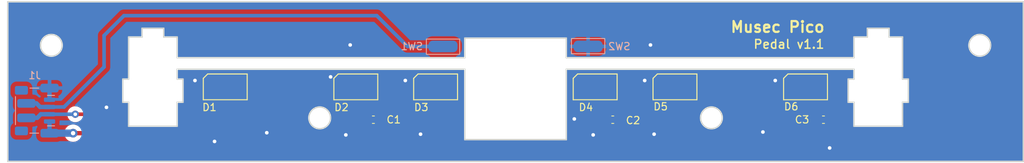
<source format=kicad_pcb>
(kicad_pcb (version 20240108) (generator "pcbnew") (generator_version "8.0")
  (title_block (title "Musec Pico"))
  (layers (0 "F.Cu" signal) (31 "B.Cu" signal) (34 "B.Paste" user) (35 "F.Paste" user) (36 "B.SilkS" user "B.Silkscreen") (37 "F.SilkS" user "F.Silkscreen") (38 "B.Mask" user) (39 "F.Mask" user) (44 "Edge.Cuts" user))
  (net 0 "")
  (net 1 "GND")
  (net 2 "+5V")
  (net 3 "Net-(D1-In)")
  (net 4 "Net-(D1-Out)")
  (net 5 "Net-(D2-Out)")
  (net 6 "Net-(D3-Out)")
  (net 7 "Net-(D4-Out)")
  (net 8 "Net-(D5-Out)")
  (net 10 "Net-(J1-Pin_3)")
  (footprint "Capacitor_SMD:C_0603_1608Metric_Pad1.08x0.95mm_HandSolder" (layer "F.Cu") (at 194.596 149.074)
    (property "Reference" "C1" (at 2.8 0 0) (layer "F.SilkS"))
    (property "Value" "0.1uF")
    (fp_line (start -0.146267 -0.51) (end 0.146267 -0.51) (stroke (width 0.12)) (layer "F.SilkS"))
    (fp_line (start -0.146267 0.51) (end 0.146267 0.51) (stroke (width 0.12)) (layer "F.SilkS"))
    (pad "1" smd roundrect (at -0.8625 0) (size 1.075 0.95) (layers "F.Cu" "F.Paste" "F.Mask") (net 2 "+5V"))
    (pad "2" smd roundrect (at 0.8625 0) (size 1.075 0.95) (layers "F.Cu" "F.Paste" "F.Mask") (net 1 "GND"))
  )
  (footprint "musec_pedal:WS2812B-2835" (layer "F.Cu") (at 254.196 144.574 180)
    (property "Reference" "D6" (at 2 -2.7 0) (layer "F.SilkS"))
    (property "Value" "WS2812B_Unified" (hide yes))
    (fp_line (start 3.05 -1.75) (end 3.05 1.2) (stroke (width 0.15)) (layer "F.SilkS"))
    (fp_line (start 2.45 1.8) (end 3.05 1.2) (stroke (width 0.15)) (layer "F.SilkS"))
    (fp_line (start -3 1.8) (end 2.45 1.8) (stroke (width 0.15)) (layer "F.SilkS"))
    (fp_line (start -3 -1.75) (end 3.05 -1.75) (stroke (width 0.15)) (layer "F.SilkS"))
    (fp_line (start -3 -1.75) (end -3 1.8) (stroke (width 0.15)) (layer "F.SilkS"))
    (pad "G" smd rect (at 1.6 0.9 180) (size 1.8 1) (layers "F.Cu" "F.Paste" "F.Mask") (net 1 "GND"))
    (pad "I" smd rect (at 1.6 -0.9 180) (size 1.8 1) (layers "F.Cu" "F.Paste" "F.Mask") (net 8 "Net-(D5-Out)"))
    (pad "O" smd rect (at -1.6 0.9 180) (size 1.8 1) (layers "F.Cu" "F.Paste" "F.Mask"))
    (pad "V" smd rect (at -1.6 -0.9 180) (size 1.8 1) (layers "F.Cu" "F.Paste" "F.Mask") (net 2 "+5V"))
  )
  (footprint "musec_pedal:WS2812B-2835" (layer "F.Cu") (at 236.196 144.574 180)
    (property "Reference" "D5" (at 2 -2.7 0) (layer "F.SilkS"))
    (property "Value" "WS2812B_Unified" (hide yes))
    (fp_line (start 3.05 -1.75) (end 3.05 1.2) (stroke (width 0.15)) (layer "F.SilkS"))
    (fp_line (start 2.45 1.8) (end 3.05 1.2) (stroke (width 0.15)) (layer "F.SilkS"))
    (fp_line (start -3 1.8) (end 2.45 1.8) (stroke (width 0.15)) (layer "F.SilkS"))
    (fp_line (start -3 -1.75) (end 3.05 -1.75) (stroke (width 0.15)) (layer "F.SilkS"))
    (fp_line (start -3 -1.75) (end -3 1.8) (stroke (width 0.15)) (layer "F.SilkS"))
    (pad "G" smd rect (at 1.6 0.9 180) (size 1.8 1) (layers "F.Cu" "F.Paste" "F.Mask") (net 1 "GND"))
    (pad "I" smd rect (at 1.6 -0.9 180) (size 1.8 1) (layers "F.Cu" "F.Paste" "F.Mask") (net 7 "Net-(D4-Out)"))
    (pad "O" smd rect (at -1.6 0.9 180) (size 1.8 1) (layers "F.Cu" "F.Paste" "F.Mask") (net 8 "Net-(D5-Out)"))
    (pad "V" smd rect (at -1.6 -0.9 180) (size 1.8 1) (layers "F.Cu" "F.Paste" "F.Mask") (net 2 "+5V"))
  )
  (footprint "Capacitor_SMD:C_0603_1608Metric_Pad1.08x0.95mm_HandSolder" (layer "F.Cu") (at 227.596 149.074)
    (property "Reference" "C2" (at 2.8 0.1 0) (layer "F.SilkS"))
    (property "Value" "0.1uF")
    (fp_line (start -0.146267 -0.51) (end 0.146267 -0.51) (stroke (width 0.12)) (layer "F.SilkS"))
    (fp_line (start -0.146267 0.51) (end 0.146267 0.51) (stroke (width 0.12)) (layer "F.SilkS"))
    (pad "1" smd roundrect (at -0.8625 0) (size 1.075 0.95) (layers "F.Cu" "F.Paste" "F.Mask") (net 2 "+5V"))
    (pad "2" smd roundrect (at 0.8625 0) (size 1.075 0.95) (layers "F.Cu" "F.Paste" "F.Mask") (net 1 "GND"))
  )
  (footprint "musec_pedal:WS2812B-2835" (layer "F.Cu") (at 192.196 144.574 180)
    (property "Reference" "D2" (at 2 -2.8 0) (layer "F.SilkS"))
    (property "Value" "WS2812B_Unified" (hide yes))
    (fp_line (start 3.05 -1.75) (end 3.05 1.2) (stroke (width 0.15)) (layer "F.SilkS"))
    (fp_line (start 2.45 1.8) (end 3.05 1.2) (stroke (width 0.15)) (layer "F.SilkS"))
    (fp_line (start -3 1.8) (end 2.45 1.8) (stroke (width 0.15)) (layer "F.SilkS"))
    (fp_line (start -3 -1.75) (end 3.05 -1.75) (stroke (width 0.15)) (layer "F.SilkS"))
    (fp_line (start -3 -1.75) (end -3 1.8) (stroke (width 0.15)) (layer "F.SilkS"))
    (pad "G" smd rect (at 1.6 0.9 180) (size 1.8 1) (layers "F.Cu" "F.Paste" "F.Mask") (net 1 "GND"))
    (pad "I" smd rect (at 1.6 -0.9 180) (size 1.8 1) (layers "F.Cu" "F.Paste" "F.Mask") (net 4 "Net-(D1-Out)"))
    (pad "O" smd rect (at -1.6 0.9 180) (size 1.8 1) (layers "F.Cu" "F.Paste" "F.Mask") (net 5 "Net-(D2-Out)"))
    (pad "V" smd rect (at -1.6 -0.9 180) (size 1.8 1) (layers "F.Cu" "F.Paste" "F.Mask") (net 2 "+5V"))
  )
  (footprint "musec_pedal:WS2812B-2835" (layer "F.Cu") (at 174.196 144.574 180)
    (property "Reference" "D1" (at 2.2 -2.8 0) (layer "F.SilkS"))
    (property "Value" "WS2812B_Unified" (hide yes))
    (fp_line (start 3.05 -1.75) (end 3.05 1.2) (stroke (width 0.15)) (layer "F.SilkS"))
    (fp_line (start 2.45 1.8) (end 3.05 1.2) (stroke (width 0.15)) (layer "F.SilkS"))
    (fp_line (start -3 1.8) (end 2.45 1.8) (stroke (width 0.15)) (layer "F.SilkS"))
    (fp_line (start -3 -1.75) (end 3.05 -1.75) (stroke (width 0.15)) (layer "F.SilkS"))
    (fp_line (start -3 -1.75) (end -3 1.8) (stroke (width 0.15)) (layer "F.SilkS"))
    (pad "G" smd rect (at 1.6 0.9 180) (size 1.8 1) (layers "F.Cu" "F.Paste" "F.Mask") (net 1 "GND"))
    (pad "I" smd rect (at 1.6 -0.9 180) (size 1.8 1) (layers "F.Cu" "F.Paste" "F.Mask") (net 3 "Net-(D1-In)"))
    (pad "O" smd rect (at -1.6 0.9 180) (size 1.8 1) (layers "F.Cu" "F.Paste" "F.Mask") (net 4 "Net-(D1-Out)"))
    (pad "V" smd rect (at -1.6 -0.9 180) (size 1.8 1) (layers "F.Cu" "F.Paste" "F.Mask") (net 2 "+5V"))
  )
  (footprint "musec_pedal:WS2812B-2835" (layer "F.Cu") (at 203.196 144.574 180)
    (property "Reference" "D3" (at 2 -2.8 0) (layer "F.SilkS"))
    (property "Value" "WS2812B_Unified" (hide yes))
    (fp_line (start 3.05 -1.75) (end 3.05 1.2) (stroke (width 0.15)) (layer "F.SilkS"))
    (fp_line (start 2.45 1.8) (end 3.05 1.2) (stroke (width 0.15)) (layer "F.SilkS"))
    (fp_line (start -3 1.8) (end 2.45 1.8) (stroke (width 0.15)) (layer "F.SilkS"))
    (fp_line (start -3 -1.75) (end 3.05 -1.75) (stroke (width 0.15)) (layer "F.SilkS"))
    (fp_line (start -3 -1.75) (end -3 1.8) (stroke (width 0.15)) (layer "F.SilkS"))
    (pad "G" smd rect (at 1.6 0.9 180) (size 1.8 1) (layers "F.Cu" "F.Paste" "F.Mask") (net 1 "GND"))
    (pad "I" smd rect (at 1.6 -0.9 180) (size 1.8 1) (layers "F.Cu" "F.Paste" "F.Mask") (net 5 "Net-(D2-Out)"))
    (pad "O" smd rect (at -1.6 0.9 180) (size 1.8 1) (layers "F.Cu" "F.Paste" "F.Mask") (net 6 "Net-(D3-Out)"))
    (pad "V" smd rect (at -1.6 -0.9 180) (size 1.8 1) (layers "F.Cu" "F.Paste" "F.Mask") (net 2 "+5V"))
  )
  (footprint "musec_pedal:WS2812B-2835" (layer "F.Cu") (at 225.196 144.574 180)
    (property "Reference" "D4" (at 1.3 -2.8 0) (layer "F.SilkS"))
    (property "Value" "WS2812B_Unified" (hide yes))
    (fp_line (start 3.05 -1.75) (end 3.05 1.2) (stroke (width 0.15)) (layer "F.SilkS"))
    (fp_line (start 2.45 1.8) (end 3.05 1.2) (stroke (width 0.15)) (layer "F.SilkS"))
    (fp_line (start -3 1.8) (end 2.45 1.8) (stroke (width 0.15)) (layer "F.SilkS"))
    (fp_line (start -3 -1.75) (end 3.05 -1.75) (stroke (width 0.15)) (layer "F.SilkS"))
    (fp_line (start -3 -1.75) (end -3 1.8) (stroke (width 0.15)) (layer "F.SilkS"))
    (pad "G" smd rect (at 1.6 0.9 180) (size 1.8 1) (layers "F.Cu" "F.Paste" "F.Mask") (net 1 "GND"))
    (pad "I" smd rect (at 1.6 -0.9 180) (size 1.8 1) (layers "F.Cu" "F.Paste" "F.Mask") (net 6 "Net-(D3-Out)"))
    (pad "O" smd rect (at -1.6 0.9 180) (size 1.8 1) (layers "F.Cu" "F.Paste" "F.Mask") (net 7 "Net-(D4-Out)"))
    (pad "V" smd rect (at -1.6 -0.9 180) (size 1.8 1) (layers "F.Cu" "F.Paste" "F.Mask") (net 2 "+5V"))
  )
  (footprint "Capacitor_SMD:C_0603_1608Metric_Pad1.08x0.95mm_HandSolder" (layer "F.Cu") (at 256.646 149.074)
    (property "Reference" "C3" (at -2.95 0 0) (layer "F.SilkS"))
    (property "Value" "0.1uF")
    (fp_line (start -0.146267 -0.51) (end 0.146267 -0.51) (stroke (width 0.12)) (layer "F.SilkS"))
    (fp_line (start -0.146267 0.51) (end 0.146267 0.51) (stroke (width 0.12)) (layer "F.SilkS"))
    (pad "1" smd roundrect (at -0.8625 0) (size 1.075 0.95) (layers "F.Cu" "F.Paste" "F.Mask") (net 2 "+5V"))
    (pad "2" smd roundrect (at 0.8625 0) (size 1.075 0.95) (layers "F.Cu" "F.Paste" "F.Mask") (net 1 "GND"))
  )
  (footprint "musec_pedal:Solder_1P" (layer "B.Cu") (at 204.196 138.974)
    (property "Reference" "J2" (hide yes))
    (property "Value" "SW1" (at -4.3 0 0) (layer "B.SilkS") (effects (justify mirror)))
    (fp_rect (start 2.3 -1.01) (end -2.3 1.09) (stroke (width 0.12)) (fill none) (layer "B.SilkS"))
    (pad "1" smd roundrect (at 0 0) (size 4 1.6) (layers "B.Cu" "B.Paste" "B.Mask") (roundrect_rratio 0.375) (net 10 "Net-(J1-Pin_3)"))
  )
  (footprint "musec_pedal:SH1.0_4P_Solder_Combo" (layer "B.Cu") (at 147.946 147.824 90)
    (property "Reference" "J1" (at 4.85 -0.05 180) (layer "B.SilkS") (effects (justify mirror)))
    (property "Value" "Pedal")
    (fp_line (start 1.94 -2.7) (end -1.94 -2.7) (stroke (width 0.12)) (layer "B.SilkS"))
    (fp_line (start -3.11 0.5) (end -3.11 -0.715) (stroke (width 0.12)) (layer "B.SilkS"))
    (fp_line (start 3.1 0.5075) (end 3.1 -0.7075) (stroke (width 0.12)) (layer "B.SilkS"))
    (fp_line (start 2.1 2.695) (end 2.1 1.705) (stroke (width 0.12)) (layer "B.SilkS"))
    (fp_line (start -2.1 2.695) (end -2.1 1.705) (stroke (width 0.12)) (layer "B.SilkS"))
    (pad "1" smd roundrect (at -3.11 2 90) (size 1.2 2.5) (layers "B.Cu" "B.Paste" "B.Mask") (net 2 "+5V"))
    (pad "1" smd roundrect (at -1.5 2 90) (size 0.6 1.55) (layers "B.Cu" "B.Paste" "B.Mask") (net 2 "+5V"))
    (pad "2" smd roundrect (at -1 -1.2 90) (size 1.2 2.5) (layers "B.Cu" "B.Paste" "B.Mask") (net 3 "Net-(D1-In)"))
    (pad "2" smd roundrect (at -0.5 2 90) (size 0.6 1.55) (layers "B.Cu" "B.Paste" "B.Mask") (net 3 "Net-(D1-In)"))
    (pad "3" smd roundrect (at 0.5 2 90) (size 0.6 1.55) (layers "B.Cu" "B.Paste" "B.Mask") (net 10 "Net-(J1-Pin_3)"))
    (pad "3" smd roundrect (at 1 -1.2 90) (size 1.2 2.5) (layers "B.Cu" "B.Paste" "B.Mask") (net 10 "Net-(J1-Pin_3)"))
    (pad "4" smd roundrect (at 1.5 2 90) (size 0.6 1.55) (layers "B.Cu" "B.Paste" "B.Mask") (net 1 "GND"))
    (pad "4" smd roundrect (at 3.11 2 90) (size 1.2 2.5) (layers "B.Cu" "B.Paste" "B.Mask") (net 1 "GND"))
    (pad "MP" smd roundrect (at -2.8 -1.875 90) (size 1.2 1.8) (layers "B.Cu" "B.Paste" "B.Mask") (roundrect_rratio 0.208333))
    (pad "MP" smd roundrect (at 2.8 -1.875 90) (size 1.2 1.8) (layers "B.Cu" "B.Paste" "B.Mask") (roundrect_rratio 0.208333))
  )
  (footprint "musec_pedal:Solder_1P" (layer "B.Cu") (at 224.196 138.974 180)
    (property "Reference" "J3" (hide yes))
    (property "Value" "SW2" (at -4.3 0 0) (layer "B.SilkS") (effects (justify mirror)))
    (fp_rect (start 2.3 -1.01) (end -2.3 1.09) (stroke (width 0.12)) (fill none) (layer "B.SilkS"))
    (pad "1" smd roundrect (at 0 0 180) (size 4 1.6) (layers "B.Cu" "B.Paste" "B.Mask") (roundrect_rratio 0.375) (net 1 "GND"))
  )
  (gr_line (start 260.846 149.974) (end 260.846 146.674) (stroke (width 0.2)) (layer "Edge.Cuts"))
  (gr_line (start 260.846 140.524) (end 260.846 137.674) (stroke (width 0.2)) (layer "Edge.Cuts"))
  (gr_line (start 207.196 137.824) (end 207.196 140.524) (stroke (width 0.2)) (layer "Edge.Cuts"))
  (gr_line (start 221.196 142.124) (end 221.196 151.824) (stroke (width 0.2)) (layer "Edge.Cuts"))
  (gr_line (start 160.046 143.474) (end 160.046 146.674) (stroke (width 0.2)) (layer "Edge.Cuts"))
  (gr_circle (center 150.196 138.824) (end 151.696 138.824) (stroke (width 0.2)) (fill none) (layer "Edge.Cuts"))
  (gr_line (start 260.046 146.674) (end 260.046 143.474) (stroke (width 0.2)) (layer "Edge.Cuts"))
  (gr_line (start 268.346 146.674) (end 267.546 146.674) (stroke (width 0.2)) (layer "Edge.Cuts"))
  (gr_line (start 168.346 143.474) (end 167.546 143.474) (stroke (width 0.2)) (layer "Edge.Cuts"))
  (gr_circle (center 278.196 138.824) (end 279.696 138.824) (stroke (width 0.2)) (fill none) (layer "Edge.Cuts"))
  (gr_line (start 262.696 136.474) (end 265.696 136.474) (stroke (width 0.2)) (layer "Edge.Cuts"))
  (gr_line (start 160.846 137.674) (end 160.846 143.474) (stroke (width 0.2)) (layer "Edge.Cuts"))
  (gr_line (start 221.196 137.824) (end 221.196 140.524) (stroke (width 0.2)) (layer "Edge.Cuts"))
  (gr_line (start 162.696 137.674) (end 160.846 137.674) (stroke (width 0.2)) (layer "Edge.Cuts"))
  (gr_circle (center 241.196 148.824) (end 242.696 148.824) (stroke (width 0.2)) (fill none) (layer "Edge.Cuts"))
  (gr_line (start 167.546 140.524) (end 207.196 140.524) (stroke (width 0.2)) (layer "Edge.Cuts"))
  (gr_line (start 260.846 146.674) (end 260.046 146.674) (stroke (width 0.2)) (layer "Edge.Cuts"))
  (gr_line (start 284.196 154.824) (end 284.196 132.824) (stroke (width 0.2)) (layer "Edge.Cuts"))
  (gr_line (start 265.696 137.674) (end 267.546 137.674) (stroke (width 0.2)) (layer "Edge.Cuts"))
  (gr_line (start 267.546 146.674) (end 267.546 149.974) (stroke (width 0.2)) (layer "Edge.Cuts"))
  (gr_line (start 167.546 143.474) (end 167.546 142.124) (stroke (width 0.2)) (layer "Edge.Cuts"))
  (gr_line (start 165.696 136.474) (end 162.696 136.474) (stroke (width 0.2)) (layer "Edge.Cuts"))
  (gr_line (start 160.046 146.674) (end 160.846 146.674) (stroke (width 0.2)) (layer "Edge.Cuts"))
  (gr_line (start 262.696 137.674) (end 262.696 136.474) (stroke (width 0.2)) (layer "Edge.Cuts"))
  (gr_circle (center 187.196 148.824) (end 188.696 148.824) (stroke (width 0.2)) (fill none) (layer "Edge.Cuts"))
  (gr_line (start 207.196 142.124) (end 207.196 151.824) (stroke (width 0.2)) (layer "Edge.Cuts"))
  (gr_line (start 265.696 136.474) (end 265.696 137.674) (stroke (width 0.2)) (layer "Edge.Cuts"))
  (gr_line (start 260.846 143.474) (end 260.846 142.124) (stroke (width 0.2)) (layer "Edge.Cuts"))
  (gr_line (start 165.696 137.674) (end 165.696 136.474) (stroke (width 0.2)) (layer "Edge.Cuts"))
  (gr_line (start 207.196 151.824) (end 221.196 151.824) (stroke (width 0.2)) (layer "Edge.Cuts"))
  (gr_line (start 160.846 143.474) (end 160.046 143.474) (stroke (width 0.2)) (layer "Edge.Cuts"))
  (gr_line (start 162.696 136.474) (end 162.696 137.674) (stroke (width 0.2)) (layer "Edge.Cuts"))
  (gr_line (start 267.546 149.974) (end 260.846 149.974) (stroke (width 0.2)) (layer "Edge.Cuts"))
  (gr_line (start 267.546 137.674) (end 267.546 143.474) (stroke (width 0.2)) (layer "Edge.Cuts"))
  (gr_line (start 167.546 149.974) (end 167.546 146.674) (stroke (width 0.2)) (layer "Edge.Cuts"))
  (gr_line (start 221.196 140.524) (end 260.846 140.524) (stroke (width 0.2)) (layer "Edge.Cuts"))
  (gr_line (start 167.546 146.674) (end 168.346 146.674) (stroke (width 0.2)) (layer "Edge.Cuts"))
  (gr_line (start 221.196 142.124) (end 260.846 142.124) (stroke (width 0.2)) (layer "Edge.Cuts"))
  (gr_line (start 260.046 143.474) (end 260.846 143.474) (stroke (width 0.2)) (layer "Edge.Cuts"))
  (gr_line (start 268.346 143.474) (end 268.346 146.674) (stroke (width 0.2)) (layer "Edge.Cuts"))
  (gr_line (start 168.346 146.674) (end 168.346 143.474) (stroke (width 0.2)) (layer "Edge.Cuts"))
  (gr_line (start 144.196 132.824) (end 144.196 154.824) (stroke (width 0.2)) (layer "Edge.Cuts"))
  (gr_line (start 160.846 146.674) (end 160.846 149.974) (stroke (width 0.2)) (layer "Edge.Cuts"))
  (gr_line (start 167.546 142.124) (end 207.196 142.124) (stroke (width 0.2)) (layer "Edge.Cuts"))
  (gr_line (start 167.546 137.674) (end 165.696 137.674) (stroke (width 0.2)) (layer "Edge.Cuts"))
  (gr_line (start 260.846 137.674) (end 262.696 137.674) (stroke (width 0.2)) (layer "Edge.Cuts"))
  (gr_line (start 284.196 132.824) (end 144.196 132.824) (stroke (width 0.2)) (layer "Edge.Cuts"))
  (gr_line (start 167.546 140.524) (end 167.546 137.674) (stroke (width 0.2)) (layer "Edge.Cuts"))
  (gr_line (start 160.846 149.974) (end 167.546 149.974) (stroke (width 0.2)) (layer "Edge.Cuts"))
  (gr_line (start 144.196 154.824) (end 284.196 154.824) (stroke (width 0.2)) (layer "Edge.Cuts"))
  (gr_line (start 267.546 143.474) (end 268.346 143.474) (stroke (width 0.2)) (layer "Edge.Cuts"))
  (gr_line (start 207.196 137.824) (end 221.196 137.824) (stroke (width 0.2)) (layer "Edge.Cuts"))
  (gr_text "Musec Pico" (at 243.696 137.174 0) (layer "F.SilkS") (effects (font (size 1.5 1.5) (thickness 0.3) (bold yes)) (justify left bottom)))
  (gr_text "Pedal v1.1" (at 246.896 139.374 0) (layer "F.SilkS") (effects (font (size 1.2 1.2) (thickness 0.2) (bold yes)) (justify left bottom)))
  (segment (start 188.696 143.174) (end 189.196 143.674) (width 0.6) (layer "F.Cu") (net 1))
  (segment (start 221.796 148.474) (end 221.796 144.274) (width 0.6) (layer "F.Cu") (net 1))
  (segment (start 189.196 143.674) (end 190.596 143.674) (width 0.6) (layer "F.Cu") (net 1))
  (segment (start 172.596 143.674) (end 169.996 143.674) (width 0.6) (layer "F.Cu") (net 1))
  (segment (start 221.796 144.274) (end 222.396 143.674) (width 0.6) (layer "F.Cu") (net 1))
  (segment (start 222.396 143.674) (end 223.596 143.674) (width 0.6) (layer "F.Cu") (net 1))
  (segment (start 222.296 148.974) (end 221.796 148.474) (width 0.6) (layer "F.Cu") (net 1))
  (segment (start 201.596 143.674) (end 198.996 143.674) (width 0.6) (layer "F.Cu") (net 1))
  (segment (start 234.596 143.674) (end 231.996 143.674) (width 0.6) (layer "F.Cu") (net 1))
  (segment (start 252.596 143.674) (end 249.996 143.674) (width 0.6) (layer "F.Cu") (net 1))
  (via (at 190.796 151.174) (size 1) (drill 0.5) (layers "F.Cu" "B.Cu") (net 1))
  (via (at 188.696 143.174) (size 1) (drill 0.5) (layers "F.Cu" "B.Cu") (net 1))
  (via (at 169.996 143.674) (size 1) (drill 0.5) (layers "F.Cu" "B.Cu") (net 1))
  (via (at 248.296 150.774) (size 1) (drill 0.5) (layers "F.Cu" "B.Cu") (net 1))
  (via (at 231.996 143.674) (size 1) (drill 0.5) (layers "F.Cu" "B.Cu") (net 1))
  (via (at 224.896 151.174) (size 1) (drill 0.5) (layers "F.Cu" "B.Cu") (net 1))
  (via (at 249.996 143.674) (size 1) (drill 0.5) (layers "F.Cu" "B.Cu") (net 1))
  (via (at 233.296 151.074) (size 1) (drill 0.5) (layers "F.Cu" "B.Cu") (net 1))
  (via (at 201.096 151.074) (size 1) (drill 0.5) (layers "F.Cu" "B.Cu") (net 1))
  (via (at 191.396 138.774) (size 1) (drill 0.5) (layers "F.Cu" "B.Cu") (net 1))
  (via (at 257.496 152.974) (size 1) (drill 0.5) (layers "F.Cu" "B.Cu") (net 1))
  (via (at 172.696 152.074) (size 1) (drill 0.5) (layers "F.Cu" "B.Cu") (net 1))
  (via (at 222.296 148.974) (size 1) (drill 0.5) (layers "F.Cu" "B.Cu") (net 1))
  (via (at 179.896 150.874) (size 1) (drill 0.5) (layers "F.Cu" "B.Cu") (net 1))
  (via (at 198.996 143.674) (size 1) (drill 0.5) (layers "F.Cu" "B.Cu") (net 1))
  (via (at 232.796 138.774) (size 1) (drill 0.5) (layers "F.Cu" "B.Cu") (net 1))
  (via (at 157.796 147.374) (size 1) (drill 0.5) (layers "F.Cu" "B.Cu") (net 1))
  (segment (start 149.946 146.324) (end 149.946 144.714) (width 0.6) (layer "B.Cu") (net 1))
  (segment (start 226.796 145.474) (end 226.796 153.774) (width 0.6) (layer "F.Cu") (net 2))
  (segment (start 237.796 153.874) (end 253.996 153.874) (width 0.6) (layer "F.Cu") (net 2))
  (segment (start 175.796 145.474) (end 175.796 153.874) (width 0.6) (layer "F.Cu") (net 2))
  (segment (start 253.996 153.874) (end 255.796 152.074) (width 0.6) (layer "F.Cu") (net 2))
  (segment (start 204.796 145.474) (end 204.796 153.874) (width 0.6) (layer "F.Cu") (net 2))
  (segment (start 169.196 152.874) (end 170.196 153.874) (width 0.6) (layer "F.Cu") (net 2))
  (segment (start 193.796 145.474) (end 193.796 153.874) (width 0.6) (layer "F.Cu") (net 2))
  (segment (start 158.196 152.874) (end 169.196 152.874) (width 0.6) (layer "F.Cu") (net 2))
  (segment (start 226.696 153.874) (end 237.796 153.874) (width 0.6) (layer "F.Cu") (net 2))
  (segment (start 255.796 152.074) (end 255.796 145.474) (width 0.6) (layer "F.Cu") (net 2))
  (segment (start 156.256 150.934) (end 158.196 152.874) (width 0.6) (layer "F.Cu") (net 2))
  (segment (start 170.196 153.874) (end 193.796 153.874) (width 0.6) (layer "F.Cu") (net 2))
  (segment (start 153.196 150.934) (end 156.256 150.934) (width 0.6) (layer "F.Cu") (net 2))
  (segment (start 237.796 145.474) (end 237.796 153.874) (width 0.6) (layer "F.Cu") (net 2))
  (segment (start 226.796 153.774) (end 226.696 153.874) (width 0.3) (layer "F.Cu") (net 2))
  (segment (start 193.796 153.874) (end 226.696 153.874) (width 0.6) (layer "F.Cu") (net 2))
  (via (at 153.196 150.934) (size 1.2) (drill 0.6) (layers "F.Cu" "B.Cu") (net 2))
  (segment (start 149.946 149.324) (end 149.946 150.934) (width 0.6) (layer "B.Cu") (net 2))
  (segment (start 149.946 150.934) (end 153.196 150.934) (width 1) (layer "B.Cu") (net 2))
  (segment (start 155.646 148.324) (end 159.096 151.774) (width 0.5) (layer "F.Cu") (net 3))
  (segment (start 153.496 148.324) (end 155.646 148.324) (width 0.5) (layer "F.Cu") (net 3))
  (segment (start 168.996 151.774) (end 172.596 148.174) (width 0.5) (layer "F.Cu") (net 3))
  (segment (start 159.096 151.774) (end 168.996 151.774) (width 0.5) (layer "F.Cu") (net 3))
  (segment (start 172.596 148.174) (end 172.596 145.474) (width 0.5) (layer "F.Cu") (net 3))
  (via (at 153.496 148.324) (size 1) (drill 0.5) (layers "F.Cu" "B.Cu") (net 3))
  (segment (start 146.746 148.824) (end 148.246 148.824) (width 0.6) (layer "B.Cu") (net 3))
  (segment (start 148.746 148.324) (end 149.946 148.324) (width 0.6) (layer "B.Cu") (net 3))
  (segment (start 153.496 148.324) (end 149.946 148.324) (width 0.5) (layer "B.Cu") (net 3))
  (segment (start 148.246 148.824) (end 148.746 148.324) (width 0.6) (layer "B.Cu") (net 3))
  (segment (start 187.796 144.574) (end 188.696 145.474) (width 0.5) (layer "F.Cu") (net 4))
  (segment (start 188.696 145.474) (end 190.596 145.474) (width 0.5) (layer "F.Cu") (net 4))
  (segment (start 181.046 143.674) (end 181.946 144.574) (width 0.5) (layer "F.Cu") (net 4))
  (segment (start 175.796 143.674) (end 181.046 143.674) (width 0.5) (layer "F.Cu") (net 4))
  (segment (start 181.946 144.574) (end 187.796 144.574) (width 0.5) (layer "F.Cu") (net 4))
  (segment (start 196.046 143.674) (end 197.846 145.474) (width 0.5) (layer "F.Cu") (net 5))
  (segment (start 197.846 145.474) (end 201.596 145.474) (width 0.5) (layer "F.Cu") (net 5))
  (segment (start 193.796 143.674) (end 196.046 143.674) (width 0.5) (layer "F.Cu") (net 5))
  (segment (start 207.196 152.874) (end 222.146 152.874) (width 0.5) (layer "F.Cu") (net 6))
  (segment (start 206.446 152.124) (end 207.196 152.874) (width 0.5) (layer "F.Cu") (net 6))
  (segment (start 206.046 143.674) (end 206.446 144.074) (width 0.5) (layer "F.Cu") (net 6))
  (segment (start 222.146 152.874) (end 223.596 151.424) (width 0.5) (layer "F.Cu") (net 6))
  (segment (start 223.596 151.424) (end 223.596 145.474) (width 0.5) (layer "F.Cu") (net 6))
  (segment (start 204.796 143.674) (end 206.046 143.674) (width 0.5) (layer "F.Cu") (net 6))
  (segment (start 206.446 144.074) (end 206.446 152.124) (width 0.5) (layer "F.Cu") (net 6))
  (segment (start 230.846 145.474) (end 234.596 145.474) (width 0.5) (layer "F.Cu") (net 7))
  (segment (start 229.046 143.674) (end 230.846 145.474) (width 0.5) (layer "F.Cu") (net 7))
  (segment (start 226.796 143.674) (end 229.046 143.674) (width 0.5) (layer "F.Cu") (net 7))
  (segment (start 245.846 145.474) (end 252.596 145.474) (width 0.5) (layer "F.Cu") (net 8))
  (segment (start 244.046 143.674) (end 245.846 145.474) (width 0.5) (layer "F.Cu") (net 8))
  (segment (start 237.796 143.674) (end 244.046 143.674) (width 0.5) (layer "F.Cu") (net 8))
  (segment (start 148.646 147.324) (end 148.146 146.824) (width 0.6) (layer "B.Cu") (net 10))
  (segment (start 204.196 139.474) (end 204.196 139.274) (width 0.4) (layer "B.Cu") (net 10))
  (segment (start 157.466 141.804) (end 151.946 147.324) (width 0.5) (layer "B.Cu") (net 10))
  (segment (start 160.206 134.734) (end 157.466 137.474) (width 0.5) (layer "B.Cu") (net 10))
  (segment (start 151.946 147.324) (end 149.946 147.324) (width 0.5) (layer "B.Cu") (net 10))
  (segment (start 157.466 137.474) (end 157.466 141.804) (width 0.5) (layer "B.Cu") (net 10))
  (segment (start 148.146 146.824) (end 146.746 146.824) (width 0.6) (layer "B.Cu") (net 10))
  (segment (start 199.296 138.974) (end 195.056 134.734) (width 0.5) (layer "B.Cu") (net 10))
  (segment (start 149.946 147.324) (end 148.646 147.324) (width 0.6) (layer "B.Cu") (net 10))
  (segment (start 204.196 138.974) (end 199.296 138.974) (width 0.5) (layer "B.Cu") (net 10))
  (segment (start 195.056 134.734) (end 160.206 134.734) (width 0.5) (layer "B.Cu") (net 10))
  (zone (net 1) (net_name "GND") (layers "F&B.Cu") (connect_pads (clearance 0.6)) (min_thickness 0.25) (fill yes (thermal_gap 0.5) (thermal_bridge_width 0.5))
    (polygon (pts (xy 144.196 132.574) (xy 284.196 132.574) (xy 284.196 155.074) (xy 144.196 155.074)))
  )
)
</source>
